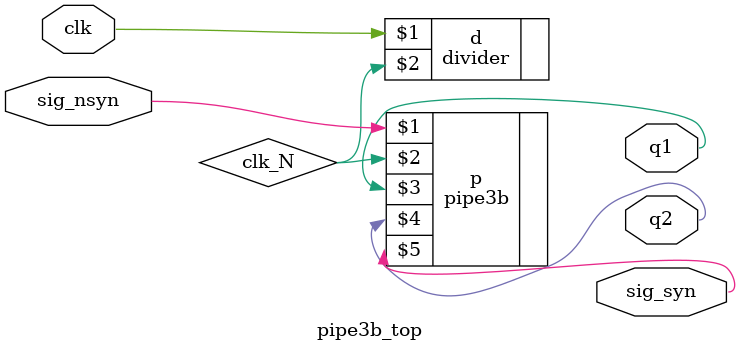
<source format=v>
`timescale 1ns / 1ps
module pipe3b_top(
   input sig_nsyn,
   input clk,
   output q1,q2,sig_syn
);
wire clk_N;
divider d(clk,clk_N);
pipe3b p(sig_nsyn,clk_N,q1,q2,sig_syn);
endmodule

</source>
